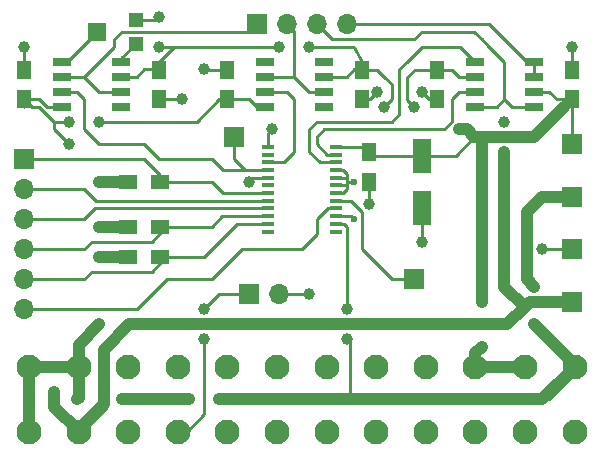
<source format=gtl>
G04 #@! TF.FileFunction,Copper,L1,Top,Signal*
%FSLAX46Y46*%
G04 Gerber Fmt 4.6, Leading zero omitted, Abs format (unit mm)*
G04 Created by KiCad (PCBNEW 4.0.7) date 08/02/18 14:57:07*
%MOMM*%
%LPD*%
G01*
G04 APERTURE LIST*
%ADD10C,0.100000*%
%ADD11R,1.250000X1.500000*%
%ADD12R,1.600000X3.000000*%
%ADD13R,1.700000X1.700000*%
%ADD14O,1.700000X1.700000*%
%ADD15R,1.500000X1.300000*%
%ADD16R,1.500000X1.600000*%
%ADD17R,1.200000X1.200000*%
%ADD18R,1.100000X0.400000*%
%ADD19R,1.505000X0.802000*%
%ADD20C,2.100000*%
%ADD21C,1.000000*%
%ADD22C,0.600000*%
%ADD23C,0.250000*%
%ADD24C,1.000000*%
G04 APERTURE END LIST*
D10*
D11*
X150495000Y-90190000D03*
X150495000Y-92690000D03*
D12*
X154940000Y-90510000D03*
X154940000Y-94910000D03*
D11*
X156210000Y-83205000D03*
X156210000Y-85705000D03*
X138430000Y-85705000D03*
X138430000Y-83205000D03*
X132715000Y-83205000D03*
X132715000Y-85705000D03*
D13*
X167640000Y-93980000D03*
X167640000Y-98425000D03*
X167640000Y-89535000D03*
X167640000Y-102870000D03*
X140335000Y-102235000D03*
D14*
X142875000Y-102235000D03*
D13*
X154305000Y-100965000D03*
X139065000Y-88900000D03*
X140970000Y-79375000D03*
D14*
X143510000Y-79375000D03*
X146050000Y-79375000D03*
X148590000Y-79375000D03*
D15*
X130095000Y-99060000D03*
X132795000Y-99060000D03*
X132795000Y-92710000D03*
X130095000Y-92710000D03*
X132795000Y-96520000D03*
X130095000Y-96520000D03*
D16*
X127455000Y-80010000D03*
D17*
X130705000Y-81010000D03*
X130705000Y-79010000D03*
D18*
X141930000Y-89770000D03*
X141930000Y-90420000D03*
X141930000Y-91070000D03*
X141930000Y-91720000D03*
X141930000Y-92370000D03*
X141930000Y-93020000D03*
X141930000Y-93670000D03*
X141930000Y-94320000D03*
X141930000Y-94970000D03*
X141930000Y-95620000D03*
X141930000Y-96270000D03*
X141930000Y-96920000D03*
X147630000Y-96920000D03*
X147630000Y-96270000D03*
X147630000Y-95620000D03*
X147630000Y-94970000D03*
X147630000Y-94320000D03*
X147630000Y-93670000D03*
X147630000Y-93020000D03*
X147630000Y-92370000D03*
X147630000Y-91720000D03*
X147630000Y-91070000D03*
X147630000Y-90420000D03*
X147630000Y-89770000D03*
D19*
X124502500Y-82550000D03*
X124502500Y-83820000D03*
X124502500Y-85090000D03*
X124502500Y-86360000D03*
X129497500Y-86360000D03*
X129497500Y-85090000D03*
X129497500Y-83820000D03*
X129497500Y-82550000D03*
X141647500Y-82550000D03*
X141647500Y-83820000D03*
X141647500Y-85090000D03*
X141647500Y-86360000D03*
X146642500Y-86360000D03*
X146642500Y-85090000D03*
X146642500Y-83820000D03*
X146642500Y-82550000D03*
X159427500Y-82550000D03*
X159427500Y-83820000D03*
X159427500Y-85090000D03*
X159427500Y-86360000D03*
X164422500Y-86360000D03*
X164422500Y-85090000D03*
X164422500Y-83820000D03*
X164422500Y-82550000D03*
D13*
X121285000Y-90805000D03*
D14*
X121285000Y-93345000D03*
X121285000Y-95885000D03*
X121285000Y-98425000D03*
X121285000Y-100965000D03*
X121285000Y-103505000D03*
D11*
X121285000Y-85705000D03*
X121285000Y-83205000D03*
X149860000Y-83205000D03*
X149860000Y-85705000D03*
X167640000Y-85705000D03*
X167640000Y-83205000D03*
D20*
X121680000Y-108375000D03*
X125880000Y-108375000D03*
X130080000Y-108375000D03*
X134280000Y-108375000D03*
X138480000Y-108375000D03*
X142680000Y-108375000D03*
X146880000Y-108375000D03*
X151080000Y-108375000D03*
X155280000Y-108375000D03*
X159480000Y-108375000D03*
X163680000Y-108375000D03*
X167880000Y-108375000D03*
X121680000Y-113875000D03*
X125880000Y-113875000D03*
X130080000Y-113875000D03*
X134280000Y-113875000D03*
X138480000Y-113875000D03*
X142680000Y-113875000D03*
X146880000Y-113875000D03*
X151080000Y-113875000D03*
X155280000Y-113875000D03*
X159480000Y-113875000D03*
X163680000Y-113875000D03*
X167880000Y-113875000D03*
D21*
X132715000Y-81280000D03*
X132715000Y-78740000D03*
X158115000Y-88265000D03*
X151765000Y-86360000D03*
X160020000Y-106680000D03*
X160020000Y-102870000D03*
X142875000Y-81280000D03*
X145415000Y-81280000D03*
D22*
X149225000Y-92710000D03*
X149225000Y-95885000D03*
D21*
X145415000Y-102235000D03*
X142240000Y-88265000D03*
X165100000Y-98425000D03*
X150495000Y-94615000D03*
X121285000Y-81280000D03*
X134620000Y-85725000D03*
X136525000Y-83185000D03*
X167640000Y-81280000D03*
X154940000Y-85090000D03*
X151130000Y-85090000D03*
X140335000Y-92710000D03*
X154940000Y-97790000D03*
X123825000Y-110490000D03*
X125095000Y-89535000D03*
X161925000Y-87630000D03*
X161925000Y-90170000D03*
X154305000Y-86360000D03*
X127635000Y-87630000D03*
X125095000Y-87630000D03*
X148590000Y-103505000D03*
X148590000Y-106045000D03*
X127635000Y-104775000D03*
X137795000Y-111125000D03*
X135255000Y-111125000D03*
X129540000Y-111125000D03*
X125730000Y-111125000D03*
X164465000Y-104775000D03*
X164465000Y-101600000D03*
X127635000Y-99060000D03*
X127635000Y-92710000D03*
X127635000Y-96520000D03*
X136525000Y-103505000D03*
X136525000Y-106045000D03*
D23*
X130705000Y-79010000D02*
X132445000Y-79010000D01*
X132715000Y-81280000D02*
X133985000Y-81280000D01*
X132445000Y-79010000D02*
X132715000Y-78740000D01*
D24*
X158115000Y-88265000D02*
X158750000Y-88265000D01*
D23*
X151765000Y-83820000D02*
X152400000Y-84455000D01*
X152400000Y-85725000D02*
X151765000Y-86360000D01*
X152400000Y-84455000D02*
X152400000Y-85725000D01*
X149860000Y-83205000D02*
X151150000Y-83205000D01*
X151150000Y-83205000D02*
X151765000Y-83820000D01*
D24*
X160020000Y-88900000D02*
X164465000Y-88900000D01*
X164465000Y-88900000D02*
X167005000Y-86360000D01*
X158750000Y-88265000D02*
X159385000Y-88900000D01*
X159385000Y-88900000D02*
X160020000Y-88900000D01*
X160020000Y-88900000D02*
X160020000Y-90805000D01*
X159480000Y-107220000D02*
X160020000Y-106680000D01*
X160020000Y-102870000D02*
X160020000Y-90805000D01*
X159480000Y-107220000D02*
X159480000Y-108375000D01*
X163680000Y-108375000D02*
X164040000Y-108375000D01*
D23*
X163680000Y-108375000D02*
X163680000Y-107465000D01*
X167640000Y-89535000D02*
X167640000Y-85705000D01*
X159385000Y-88900000D02*
X160020000Y-88900000D01*
X154940000Y-90510000D02*
X157820000Y-90510000D01*
X157820000Y-90510000D02*
X159385000Y-88945000D01*
X159385000Y-88945000D02*
X159385000Y-88900000D01*
X167640000Y-85705000D02*
X167640000Y-85725000D01*
X167640000Y-85725000D02*
X167005000Y-86360000D01*
X167005000Y-86360000D02*
X164465000Y-88900000D01*
X158750000Y-88265000D02*
X159385000Y-88900000D01*
X167640000Y-86360000D02*
X167640000Y-85705000D01*
X149860000Y-82550000D02*
X149225000Y-81280000D01*
X133985000Y-81280000D02*
X142875000Y-81280000D01*
X145415000Y-81280000D02*
X149225000Y-81280000D01*
X133985000Y-81280000D02*
X132715000Y-82550000D01*
X149860000Y-82550000D02*
X149860000Y-83205000D01*
X132715000Y-83205000D02*
X132715000Y-82550000D01*
D24*
X159480000Y-108375000D02*
X163680000Y-108375000D01*
D23*
X129497500Y-83820000D02*
X130810000Y-83820000D01*
X131445000Y-83185000D02*
X132695000Y-83185000D01*
X130810000Y-83820000D02*
X131445000Y-83185000D01*
X132695000Y-83185000D02*
X132715000Y-83205000D01*
X164422500Y-85090000D02*
X165735000Y-85090000D01*
X166370000Y-85725000D02*
X167620000Y-85725000D01*
X165735000Y-85090000D02*
X166370000Y-85725000D01*
X167620000Y-85725000D02*
X167640000Y-85705000D01*
X146642500Y-83820000D02*
X148590000Y-83820000D01*
X149225000Y-83185000D02*
X149840000Y-83185000D01*
X148590000Y-83820000D02*
X149225000Y-83185000D01*
X149840000Y-83185000D02*
X149860000Y-83205000D01*
X147630000Y-89770000D02*
X150075000Y-89770000D01*
X150075000Y-89770000D02*
X150815000Y-90510000D01*
X150815000Y-90510000D02*
X154940000Y-90510000D01*
X148590000Y-92710000D02*
X149225000Y-92710000D01*
X147630000Y-92370000D02*
X148590000Y-92370000D01*
X148590000Y-92370000D02*
X148590000Y-92710000D01*
X147630000Y-93020000D02*
X148590000Y-93020000D01*
X148590000Y-93020000D02*
X148590000Y-93345000D01*
X147630000Y-93670000D02*
X148265000Y-93670000D01*
X148235000Y-91720000D02*
X148590000Y-92075000D01*
X148590000Y-92075000D02*
X148590000Y-92710000D01*
X148590000Y-92710000D02*
X148590000Y-93345000D01*
X148235000Y-91720000D02*
X147630000Y-91720000D01*
X148265000Y-93670000D02*
X148590000Y-93345000D01*
X147630000Y-95620000D02*
X148960000Y-95620000D01*
X148960000Y-95620000D02*
X149225000Y-95885000D01*
X142875000Y-102235000D02*
X145415000Y-102235000D01*
X141930000Y-89770000D02*
X141930000Y-88575000D01*
X141930000Y-88575000D02*
X142240000Y-88265000D01*
X167640000Y-98425000D02*
X165100000Y-98425000D01*
X150495000Y-92690000D02*
X150495000Y-94615000D01*
X121285000Y-83205000D02*
X121285000Y-81280000D01*
X132715000Y-85705000D02*
X134600000Y-85705000D01*
X134600000Y-85705000D02*
X134620000Y-85725000D01*
X138430000Y-83205000D02*
X136545000Y-83205000D01*
X136545000Y-83205000D02*
X136525000Y-83185000D01*
X167640000Y-83205000D02*
X167640000Y-81280000D01*
X156210000Y-85705000D02*
X155555000Y-85705000D01*
X155555000Y-85705000D02*
X154940000Y-85090000D01*
X149860000Y-85705000D02*
X150515000Y-85705000D01*
X150515000Y-85705000D02*
X151130000Y-85090000D01*
X141930000Y-92370000D02*
X140675000Y-92370000D01*
X140675000Y-92370000D02*
X140335000Y-92710000D01*
X154940000Y-94910000D02*
X154940000Y-97790000D01*
X154645000Y-94615000D02*
X154940000Y-94910000D01*
X138430000Y-108325000D02*
X138480000Y-108375000D01*
X123825000Y-87630000D02*
X123825000Y-88265000D01*
D24*
X123825000Y-111760000D02*
X123825000Y-110490000D01*
X123825000Y-111760000D02*
X125880000Y-113815000D01*
D23*
X123825000Y-88265000D02*
X125095000Y-89535000D01*
D24*
X125880000Y-113875000D02*
X125880000Y-113815000D01*
X161925000Y-101600000D02*
X163639500Y-103314500D01*
X161925000Y-101600000D02*
X161925000Y-90170000D01*
X125880000Y-113875000D02*
X125880000Y-113642000D01*
X125880000Y-113642000D02*
X128016000Y-111506000D01*
X128016000Y-106934000D02*
X130175000Y-104775000D01*
X128016000Y-111506000D02*
X128016000Y-106934000D01*
X130175000Y-104775000D02*
X162179000Y-104775000D01*
X162179000Y-104775000D02*
X163639500Y-103314500D01*
X163639500Y-103314500D02*
X164084000Y-102870000D01*
X164084000Y-102870000D02*
X167640000Y-102870000D01*
D23*
X163830000Y-102870000D02*
X165100000Y-102870000D01*
X167640000Y-102870000D02*
X165100000Y-102870000D01*
X163830000Y-102870000D02*
X161925000Y-104775000D01*
X161925000Y-104775000D02*
X130175000Y-104775000D01*
X130175000Y-104775000D02*
X129540000Y-105410000D01*
X126155000Y-113875000D02*
X128270000Y-111760000D01*
X128270000Y-106680000D02*
X129540000Y-105410000D01*
X128270000Y-111760000D02*
X128270000Y-106680000D01*
X154325000Y-83205000D02*
X153710000Y-83820000D01*
X153710000Y-83820000D02*
X153710000Y-85725000D01*
X154325000Y-83205000D02*
X156210000Y-83205000D01*
X153710000Y-85765000D02*
X154305000Y-86360000D01*
X153710000Y-85725000D02*
X153710000Y-85765000D01*
X125305000Y-113875000D02*
X125880000Y-113875000D01*
X123825000Y-87630000D02*
X122555000Y-86360000D01*
X121940000Y-86360000D02*
X121285000Y-85705000D01*
X122555000Y-86360000D02*
X121940000Y-86360000D01*
X123825000Y-87630000D02*
X125095000Y-87630000D01*
X127635000Y-87630000D02*
X135890000Y-87630000D01*
X137795000Y-85705000D02*
X137795000Y-85725000D01*
X138430000Y-85705000D02*
X137795000Y-85705000D01*
X137795000Y-85725000D02*
X135890000Y-87630000D01*
X121285000Y-86360000D02*
X121285000Y-85705000D01*
X125880000Y-113875000D02*
X126155000Y-113875000D01*
X121285000Y-85705000D02*
X122535000Y-85705000D01*
X122535000Y-85705000D02*
X123190000Y-86360000D01*
X123190000Y-86360000D02*
X124502500Y-86360000D01*
X156210000Y-83205000D02*
X157460000Y-83205000D01*
X158075000Y-83820000D02*
X159427500Y-83820000D01*
X157460000Y-83205000D02*
X158075000Y-83820000D01*
X138430000Y-85705000D02*
X140315000Y-85705000D01*
X140970000Y-86360000D02*
X141647500Y-86360000D01*
X140315000Y-85705000D02*
X140970000Y-86360000D01*
X148590000Y-106045000D02*
X148717000Y-106045000D01*
X147630000Y-96270000D02*
X148340000Y-96270000D01*
X148340000Y-96270000D02*
X148590000Y-96520000D01*
X148590000Y-96520000D02*
X148590000Y-103505000D01*
X148844000Y-106172000D02*
X148844000Y-111125000D01*
X148717000Y-106045000D02*
X148844000Y-106172000D01*
D24*
X125880000Y-108375000D02*
X125880000Y-106530000D01*
X125880000Y-106530000D02*
X127635000Y-104775000D01*
X125880000Y-108375000D02*
X125880000Y-110975000D01*
X129540000Y-111125000D02*
X135255000Y-111125000D01*
X125880000Y-110975000D02*
X125730000Y-111125000D01*
X165100000Y-93980000D02*
X167640000Y-93980000D01*
X163830000Y-95250000D02*
X165100000Y-93980000D01*
X163830000Y-100965000D02*
X163830000Y-95250000D01*
X164465000Y-101600000D02*
X163830000Y-100965000D01*
X167880000Y-108375000D02*
X167880000Y-108190000D01*
X167880000Y-108190000D02*
X164465000Y-104775000D01*
X137795000Y-111125000D02*
X148844000Y-111125000D01*
X148844000Y-111125000D02*
X149225000Y-111125000D01*
X149225000Y-111125000D02*
X165130000Y-111125000D01*
X165130000Y-111125000D02*
X167880000Y-108375000D01*
D23*
X165735000Y-106045000D02*
X165735000Y-106230000D01*
X165735000Y-106230000D02*
X167880000Y-108375000D01*
X167640000Y-93980000D02*
X165100000Y-93980000D01*
X164465000Y-104775000D02*
X165735000Y-106045000D01*
X163830000Y-95250000D02*
X163830000Y-100965000D01*
X165100000Y-93980000D02*
X163830000Y-95250000D01*
X140970000Y-111125000D02*
X153035000Y-111125000D01*
X165735000Y-111125000D02*
X167880000Y-108980000D01*
X153035000Y-111125000D02*
X165735000Y-111125000D01*
X137795000Y-111125000D02*
X140970000Y-111125000D01*
X167880000Y-108980000D02*
X167880000Y-108375000D01*
D24*
X121680000Y-113875000D02*
X121680000Y-108375000D01*
X121680000Y-108375000D02*
X125880000Y-108375000D01*
X127635000Y-99060000D02*
X130095000Y-99060000D01*
X130095000Y-92710000D02*
X127635000Y-92710000D01*
X127635000Y-96520000D02*
X130095000Y-96520000D01*
D23*
X140335000Y-102235000D02*
X137795000Y-102235000D01*
X136525000Y-106045000D02*
X136525000Y-112395000D01*
X136525000Y-112395000D02*
X135045000Y-113875000D01*
X137795000Y-102235000D02*
X136525000Y-103505000D01*
X135045000Y-113875000D02*
X134280000Y-113875000D01*
X149860000Y-97155000D02*
X149860000Y-98425000D01*
X152400000Y-100965000D02*
X154305000Y-100965000D01*
X149860000Y-98425000D02*
X152400000Y-100965000D01*
X149860000Y-96520000D02*
X149860000Y-97155000D01*
X153670000Y-100965000D02*
X154305000Y-100965000D01*
X147630000Y-94320000D02*
X148930000Y-94320000D01*
X149860000Y-95250000D02*
X149860000Y-96520000D01*
X148930000Y-94320000D02*
X149860000Y-95250000D01*
X153670000Y-100965000D02*
X154305000Y-100965000D01*
X141930000Y-91070000D02*
X143245000Y-91070000D01*
X143510000Y-85090000D02*
X141647500Y-85090000D01*
X144145000Y-85725000D02*
X143510000Y-85090000D01*
X144145000Y-90170000D02*
X144145000Y-85725000D01*
X143245000Y-91070000D02*
X144145000Y-90170000D01*
X126365000Y-83820000D02*
X128905000Y-81280000D01*
X129540000Y-80010000D02*
X140335000Y-80010000D01*
X128905000Y-80645000D02*
X129540000Y-80010000D01*
X128905000Y-81280000D02*
X128905000Y-80645000D01*
X140335000Y-80010000D02*
X140970000Y-79375000D01*
X124502500Y-83820000D02*
X126365000Y-83820000D01*
X127635000Y-85090000D02*
X129497500Y-85090000D01*
X126365000Y-83820000D02*
X127635000Y-85090000D01*
X144145000Y-83820000D02*
X144145000Y-80010000D01*
X144145000Y-80010000D02*
X143510000Y-79375000D01*
X141647500Y-83820000D02*
X144145000Y-83820000D01*
X145415000Y-85090000D02*
X146642500Y-85090000D01*
X144145000Y-83820000D02*
X145415000Y-85090000D01*
X154305000Y-80645000D02*
X154940000Y-80010000D01*
X159385000Y-80010000D02*
X160020000Y-80645000D01*
X154940000Y-80010000D02*
X159385000Y-80010000D01*
X153670000Y-80645000D02*
X154305000Y-80645000D01*
X160655000Y-81280000D02*
X160020000Y-80645000D01*
X161925000Y-85725000D02*
X161925000Y-82550000D01*
X160655000Y-81280000D02*
X161925000Y-82550000D01*
X147320000Y-80645000D02*
X153670000Y-80645000D01*
X147320000Y-80645000D02*
X146050000Y-79375000D01*
X159427500Y-86360000D02*
X161290000Y-86360000D01*
X162560000Y-86360000D02*
X164422500Y-86360000D01*
X161925000Y-85725000D02*
X162560000Y-86360000D01*
X161290000Y-86360000D02*
X161925000Y-85725000D01*
X148590000Y-79375000D02*
X160655000Y-79375000D01*
X160655000Y-79375000D02*
X163830000Y-82550000D01*
X163830000Y-82550000D02*
X164422500Y-82550000D01*
X164422500Y-82550000D02*
X164422500Y-83820000D01*
X132795000Y-99060000D02*
X132795000Y-99615000D01*
X132795000Y-99615000D02*
X132080000Y-100330000D01*
X126365000Y-100965000D02*
X121285000Y-100965000D01*
X127000000Y-100330000D02*
X126365000Y-100965000D01*
X132080000Y-100330000D02*
X127000000Y-100330000D01*
X141930000Y-96270000D02*
X139315000Y-96270000D01*
X136525000Y-99060000D02*
X132795000Y-99060000D01*
X139315000Y-96270000D02*
X136525000Y-99060000D01*
X132795000Y-92710000D02*
X132795000Y-92155000D01*
X132795000Y-92155000D02*
X131445000Y-90805000D01*
X131445000Y-90805000D02*
X121285000Y-90805000D01*
X141930000Y-93670000D02*
X138120000Y-93670000D01*
X137160000Y-92710000D02*
X132795000Y-92710000D01*
X138120000Y-93670000D02*
X137160000Y-92710000D01*
X132795000Y-96520000D02*
X132795000Y-97075000D01*
X132795000Y-97075000D02*
X132080000Y-97790000D01*
X126365000Y-98425000D02*
X121285000Y-98425000D01*
X127000000Y-97790000D02*
X126365000Y-98425000D01*
X132080000Y-97790000D02*
X127000000Y-97790000D01*
X141930000Y-95620000D02*
X138060000Y-95620000D01*
X137160000Y-96520000D02*
X132795000Y-96520000D01*
X138060000Y-95620000D02*
X137160000Y-96520000D01*
X124502500Y-82550000D02*
X124915000Y-82550000D01*
X124915000Y-82550000D02*
X127455000Y-80010000D01*
X129497500Y-82550000D02*
X129497500Y-82217500D01*
X129497500Y-82217500D02*
X130705000Y-81010000D01*
X141930000Y-91720000D02*
X139980000Y-91720000D01*
X139065000Y-90805000D02*
X139065000Y-88900000D01*
X139980000Y-91720000D02*
X139065000Y-90805000D01*
X141930000Y-91720000D02*
X138075000Y-91720000D01*
X125730000Y-85090000D02*
X124502500Y-85090000D01*
X126365000Y-85725000D02*
X125730000Y-85090000D01*
X126365000Y-88265000D02*
X126365000Y-85725000D01*
X127635000Y-89535000D02*
X126365000Y-88265000D01*
X131445000Y-89535000D02*
X127635000Y-89535000D01*
X132715000Y-90805000D02*
X131445000Y-89535000D01*
X137160000Y-90805000D02*
X132715000Y-90805000D01*
X138075000Y-91720000D02*
X137160000Y-90805000D01*
X141930000Y-94320000D02*
X127340000Y-94320000D01*
X126365000Y-93345000D02*
X121285000Y-93345000D01*
X127340000Y-94320000D02*
X126365000Y-93345000D01*
X141930000Y-94970000D02*
X127280000Y-94970000D01*
X126365000Y-95885000D02*
X121285000Y-95885000D01*
X127280000Y-94970000D02*
X126365000Y-95885000D01*
X137160000Y-100965000D02*
X133350000Y-100965000D01*
X139700000Y-98425000D02*
X137160000Y-100965000D01*
X147630000Y-94970000D02*
X146965000Y-94970000D01*
X146050000Y-97155000D02*
X144780000Y-98425000D01*
X146050000Y-95885000D02*
X146050000Y-97155000D01*
X146965000Y-94970000D02*
X146050000Y-95885000D01*
X144780000Y-98425000D02*
X139700000Y-98425000D01*
X130810000Y-103505000D02*
X121285000Y-103505000D01*
X133350000Y-100965000D02*
X130810000Y-103505000D01*
X153670000Y-82550000D02*
X154940000Y-81280000D01*
X154940000Y-81280000D02*
X155575000Y-81280000D01*
X153670000Y-82550000D02*
X153035000Y-83185000D01*
X152400000Y-87630000D02*
X151765000Y-87630000D01*
X153035000Y-86995000D02*
X152400000Y-87630000D01*
X153035000Y-83185000D02*
X153035000Y-86995000D01*
X158157500Y-81280000D02*
X159427500Y-82550000D01*
X156210000Y-81280000D02*
X158157500Y-81280000D01*
X155575000Y-81280000D02*
X156210000Y-81280000D01*
X145415000Y-88265000D02*
X146050000Y-87630000D01*
X145415000Y-90170000D02*
X145415000Y-88265000D01*
X146315000Y-91070000D02*
X145415000Y-90170000D01*
X146050000Y-87630000D02*
X151765000Y-87630000D01*
X147630000Y-91070000D02*
X146315000Y-91070000D01*
X159427500Y-85090000D02*
X158115000Y-85090000D01*
X157480000Y-85725000D02*
X157480000Y-87630000D01*
X158115000Y-85090000D02*
X157480000Y-85725000D01*
X156845000Y-88265000D02*
X156210000Y-88265000D01*
X146935000Y-90420000D02*
X147630000Y-90420000D01*
X146050000Y-89535000D02*
X146935000Y-90420000D01*
X146050000Y-88900000D02*
X146050000Y-89535000D01*
X146685000Y-88265000D02*
X146050000Y-88900000D01*
X147320000Y-88265000D02*
X146685000Y-88265000D01*
X156210000Y-88265000D02*
X147320000Y-88265000D01*
X157480000Y-87630000D02*
X156845000Y-88265000D01*
X159427500Y-85090000D02*
X158750000Y-85090000D01*
M02*

</source>
